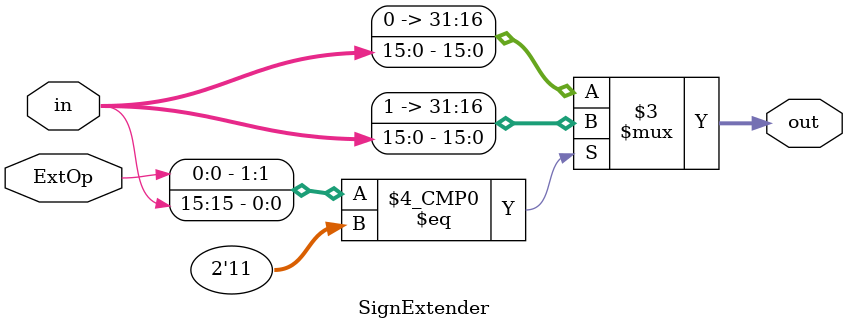
<source format=v>
 module SignExtender(out, in, ExtOp);
	output reg [31:0] out;
	input   [15:0] in;
	input ExtOp;

always@* begin
	casez({ExtOp, in[15]})
		2'b11: 	out = {16'hffff , in};
		default: out = {16'h0000 , in};
	endcase
end
		
endmodule 
</source>
